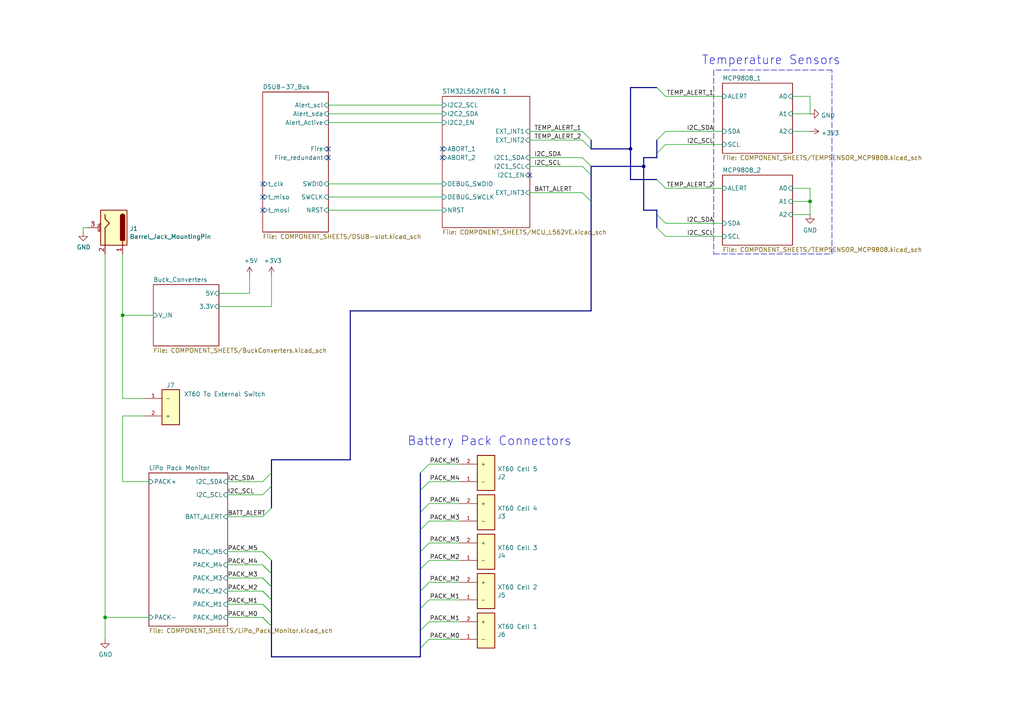
<source format=kicad_sch>
(kicad_sch (version 20211123) (generator eeschema)
  (paper "A4")
  (title_block (title "Power Supply PCB Schematic") (date "2021-12-20") (rev "v2.0.1") (company "Missouri S&T Rocket Design Team '21 (Jacob King, Thomas Francois)") (comment 1 "https://github.com/MSTRocketDesignTeam/Avionics-Power-PCB") (comment 2 "Intended as initial pre-production design") (comment 3 "Schematic depicting logical connections between components"))
  (lib_symbols
    (symbol "Power_KiCAD_Project-rescue:XT60-M-XT60-M-Power_KiCAD_Project-rescue" (pin_names (offset 1.016))
      (property "Reference" "J" (at -2.54 5.715 0))
      (property "Value" "XT60-M-XT60-M-Power_KiCAD_Project-rescue" (at -2.794 -6.35 0))
      (symbol "XT60-M-XT60-M-Power_KiCAD_Project-rescue_0_0"
        (rectangle (start -2.54 -5.08) (end 2.54 5.08) (stroke (width 0.254)) (fill (type background)))
        (pin passive line (at -7.62 2.54 0) (length 5.08) (name "-") (number "1"))
        (pin passive line (at -7.62 -2.54 0) (length 5.08) (name "+") (number "2"))
      )
    )
    (symbol "RDT_Custom_Symbols:Barrel_Jack_MountingPin" (pin_names hide)
      (property "Reference" "J" (at 0 5.334 0))
      (property "Value" "Barrel_Jack_MountingPin" (at 1.27 -6.35 0))
      (symbol "Barrel_Jack_MountingPin_0_1"
        (rectangle (start -5.08 3.81) (end 5.08 -3.81) (stroke (width 0.254)) (fill (type background)))
        (arc (start -3.302 3.175) (mid -3.937 2.54) (end -3.302 1.905) (stroke (width 0.254)))
        (arc (start -3.302 3.175) (mid -3.937 2.54) (end -3.302 1.905) (stroke (width 0.254)) (fill (type outline)))
        (polyline (pts (xy 5.08 2.54) (xy 3.81 2.54)) (stroke (width 0.254)))
        (polyline (pts (xy -3.81 -2.54) (xy -2.54 -2.54) (xy -1.27 -1.27) (xy 0 -2.54) (xy 2.54 -2.54) (xy 5.08 -2.54)) (stroke (width 0.254)))
        (rectangle (start 3.683 3.175) (end -3.302 1.905) (stroke (width 0.254)) (fill (type outline)))
      )
      (symbol "Barrel_Jack_MountingPin_1_1"
        (polyline (pts (xy -1.016 -4.572) (xy 1.016 -4.572)) (stroke (width 0.1524)))
        (text "Mounting" (at 0 -4.191 0) (effects (font (size 0.381 0.381))))
        (pin passive line (at 7.62 2.54 180) (length 2.54) (name "~") (number "1"))
        (pin passive line (at 7.62 -2.54 180) (length 2.54) (name "~") (number "2"))
        (pin passive line (at 0 -7.62 90) (length 3.048) (name "MountPin") (number "3"))
      )
    )
    (symbol "power:+3.3V" (power) (pin_names (offset 0))
      (property "Value" "+3.3V" (at 0 3.556 0))
      (symbol "+3.3V_0_1"
        (polyline (pts (xy -0.762 1.27) (xy 0 2.54)))
        (polyline (pts (xy 0 0) (xy 0 2.54)))
        (polyline (pts (xy 0 2.54) (xy 0.762 1.27)))
      )
      (symbol "+3.3V_1_1"
        (pin power_in line (at 0 0 90) (length 0) hide (name "+3V3") (number "1"))
      )
    )
    (symbol "power:+5V" (power) (pin_names (offset 0))
      (property "Value" "+5V" (at 0 3.556 0))
      (symbol "+5V_0_1"
        (polyline (pts (xy -0.762 1.27) (xy 0 2.54)))
        (polyline (pts (xy 0 0) (xy 0 2.54)))
        (polyline (pts (xy 0 2.54) (xy 0.762 1.27)))
      )
      (symbol "+5V_1_1"
        (pin power_in line (at 0 0 90) (length 0) hide (name "+5V") (number "1"))
      )
    )
    (symbol "power:GND" (power) (pin_names (offset 0))
      (property "Value" "GND" (at 0 -3.81 0))
      (symbol "GND_0_1"
        (polyline (pts (xy 0 0) (xy 0 -1.27) (xy 1.27 -1.27) (xy 0 -2.54) (xy -1.27 -1.27) (xy 0 -1.27)))
      )
      (symbol "GND_1_1"
        (pin power_in line (at 0 0 270) (length 0) hide (name "GND") (number "1"))
      )
    )
  )
  (junction (at 234.95 58.42))
  (junction (at 30.48 179.07))
  (junction (at 182.88 43.18))
  (junction (at 186.69 48.26))
  (junction (at 35.56 91.44))
  (no_connect (at 95.25 45.72))
  (no_connect (at 153.67 50.8))
  (no_connect (at 76.2 60.96))
  (no_connect (at 95.25 43.18))
  (no_connect (at 128.27 43.18))
  (no_connect (at 128.27 45.72))
  (no_connect (at 76.2 53.34))
  (no_connect (at 76.2 57.15))
  (bus_entry (at 193.04 38.1) (size -2.54 2.54))
  (bus_entry (at 171.45 58.42) (size -2.54 -2.54))
  (bus_entry (at 78.74 166.37) (size -2.54 -2.54))
  (bus_entry (at 171.45 40.64) (size -2.54 -2.54))
  (bus_entry (at 78.74 181.61) (size -2.54 -2.54))
  (bus_entry (at 78.74 173.99) (size -2.54 -2.54))
  (bus_entry (at 78.74 177.8) (size -2.54 -2.54))
  (bus_entry (at 76.2 143.51) (size 2.54 -2.54))
  (bus_entry (at 121.92 182.88) (size 2.54 -2.54))
  (bus_entry (at 121.92 171.45) (size 2.54 -2.54))
  (bus_entry (at 121.92 148.59) (size 2.54 -2.54))
  (bus_entry (at 193.04 41.91) (size -2.54 2.54))
  (bus_entry (at 121.92 187.96) (size 2.54 -2.54))
  (bus_entry (at 78.74 166.37) (size -2.54 -2.54))
  (bus_entry (at 78.74 181.61) (size -2.54 -2.54))
  (bus_entry (at 78.74 162.56) (size -2.54 -2.54))
  (bus_entry (at 76.2 139.7) (size 2.54 -2.54))
  (bus_entry (at 78.74 177.8) (size -2.54 -2.54))
  (bus_entry (at 193.04 27.94) (size -2.54 -2.54))
  (bus_entry (at 171.45 43.18) (size -2.54 -2.54))
  (bus_entry (at 78.74 170.18) (size -2.54 -2.54))
  (bus_entry (at 78.74 173.99) (size -2.54 -2.54))
  (bus_entry (at 121.92 153.67) (size 2.54 -2.54))
  (bus_entry (at 171.45 50.8) (size -2.54 -2.54))
  (bus_entry (at 121.92 176.53) (size 2.54 -2.54))
  (bus_entry (at 121.92 142.24) (size 2.54 -2.54))
  (bus_entry (at 121.92 160.02) (size 2.54 -2.54))
  (bus_entry (at 121.92 137.16) (size 2.54 -2.54))
  (bus_entry (at 78.74 170.18) (size -2.54 -2.54))
  (bus_entry (at 190.5 62.23) (size 2.54 2.54))
  (bus_entry (at 171.45 48.26) (size -2.54 -2.54))
  (bus_entry (at 121.92 165.1) (size 2.54 -2.54))
  (bus_entry (at 193.04 54.61) (size -2.54 -2.54))
  (bus_entry (at 190.5 66.04) (size 2.54 2.54))
  (bus_entry (at 76.2 149.86) (size 2.54 -2.54))
  (bus_entry (at 78.74 162.56) (size -2.54 -2.54))
  (wire (pts (xy 41.91 115.57) (xy 35.56 115.57)))
  (bus (pts (xy 101.6 90.17) (xy 171.45 90.17)))
  (wire (pts (xy 193.04 41.91) (xy 209.55 41.91)))
  (wire (pts (xy 234.95 27.94) (xy 234.95 33.02)))
  (wire (pts (xy 24.13 66.04) (xy 25.4 66.04)))
  (bus (pts (xy 78.74 177.8) (xy 78.74 181.61)))
  (wire (pts (xy 153.67 38.1) (xy 168.91 38.1)))
  (wire (pts (xy 66.04 160.02) (xy 76.2 160.02)))
  (bus (pts (xy 78.74 137.16) (xy 78.74 140.97)))
  (polyline (pts (xy 207.01 73.66) (xy 241.3 73.66)))
  (bus (pts (xy 78.74 181.61) (xy 78.74 190.5)))
  (bus (pts (xy 121.92 182.88) (xy 121.92 187.96)))
  (polyline (pts (xy 241.3 73.66) (xy 241.3 20.32)))
  (bus (pts (xy 182.88 52.07) (xy 182.88 43.18)))
  (bus (pts (xy 186.69 60.96) (xy 190.5 60.96)))
  (bus (pts (xy 182.88 25.4) (xy 190.5 25.4)))
  (wire (pts (xy 193.04 38.1) (xy 209.55 38.1)))
  (bus (pts (xy 182.88 43.18) (xy 182.88 25.4)))
  (wire (pts (xy 35.56 120.65) (xy 41.91 120.65)))
  (wire (pts (xy 95.25 35.56) (xy 128.27 35.56)))
  (wire (pts (xy 43.18 139.7) (xy 35.56 139.7)))
  (wire (pts (xy 76.2 175.26) (xy 66.04 175.26)))
  (bus (pts (xy 78.74 140.97) (xy 78.74 147.32)))
  (wire (pts (xy 30.48 185.42) (xy 30.48 179.07)))
  (wire (pts (xy 35.56 91.44) (xy 44.45 91.44)))
  (wire (pts (xy 193.04 64.77) (xy 209.55 64.77)))
  (bus (pts (xy 78.74 133.35) (xy 101.6 133.35)))
  (wire (pts (xy 229.87 27.94) (xy 234.95 27.94)))
  (bus (pts (xy 78.74 173.99) (xy 78.74 177.8)))
  (wire (pts (xy 234.95 58.42) (xy 229.87 58.42)))
  (wire (pts (xy 193.04 54.61) (xy 209.55 54.61)))
  (wire (pts (xy 128.27 53.34) (xy 95.25 53.34)))
  (wire (pts (xy 76.2 171.45) (xy 66.04 171.45)))
  (wire (pts (xy 128.27 33.02) (xy 95.25 33.02)))
  (bus (pts (xy 190.5 40.64) (xy 190.5 44.45)))
  (bus (pts (xy 78.74 133.35) (xy 78.74 137.16)))
  (polyline (pts (xy 207.01 20.32) (xy 207.01 73.66)))
  (bus (pts (xy 171.45 50.8) (xy 171.45 58.42)))
  (bus (pts (xy 78.74 190.5) (xy 121.92 190.5)))
  (bus (pts (xy 190.5 60.96) (xy 190.5 62.23)))
  (wire (pts (xy 234.95 54.61) (xy 229.87 54.61)))
  (wire (pts (xy 133.35 162.56) (xy 124.46 162.56)))
  (wire (pts (xy 133.35 151.13) (xy 124.46 151.13)))
  (bus (pts (xy 121.92 165.1) (xy 121.92 171.45)))
  (wire (pts (xy 63.5 88.9) (xy 78.74 88.9)))
  (bus (pts (xy 171.45 58.42) (xy 171.45 90.17)))
  (bus (pts (xy 190.5 52.07) (xy 182.88 52.07)))
  (wire (pts (xy 76.2 179.07) (xy 66.04 179.07)))
  (wire (pts (xy 63.5 85.09) (xy 72.39 85.09)))
  (bus (pts (xy 171.45 48.26) (xy 171.45 50.8)))
  (wire (pts (xy 168.91 48.26) (xy 153.67 48.26)))
  (wire (pts (xy 229.87 33.02) (xy 234.95 33.02)))
  (bus (pts (xy 190.5 62.23) (xy 190.5 66.04)))
  (polyline (pts (xy 241.3 20.32) (xy 207.01 20.32)))
  (wire (pts (xy 168.91 55.88) (xy 153.67 55.88)))
  (bus (pts (xy 171.45 43.18) (xy 182.88 43.18)))
  (bus (pts (xy 121.92 160.02) (xy 121.92 165.1)))
  (wire (pts (xy 193.04 27.94) (xy 209.55 27.94)))
  (wire (pts (xy 30.48 73.66) (xy 30.48 179.07)))
  (bus (pts (xy 121.92 187.96) (xy 121.92 190.5)))
  (wire (pts (xy 66.04 143.51) (xy 76.2 143.51)))
  (wire (pts (xy 78.74 88.9) (xy 78.74 80.01)))
  (bus (pts (xy 101.6 133.35) (xy 101.6 90.17)))
  (wire (pts (xy 168.91 45.72) (xy 153.67 45.72)))
  (bus (pts (xy 171.45 48.26) (xy 186.69 48.26)))
  (wire (pts (xy 234.95 62.23) (xy 229.87 62.23)))
  (wire (pts (xy 30.48 179.07) (xy 43.18 179.07)))
  (wire (pts (xy 234.95 58.42) (xy 234.95 62.23)))
  (wire (pts (xy 124.46 157.48) (xy 133.35 157.48)))
  (wire (pts (xy 168.91 40.64) (xy 153.67 40.64)))
  (wire (pts (xy 193.04 68.58) (xy 209.55 68.58)))
  (bus (pts (xy 121.92 171.45) (xy 121.92 176.53)))
  (bus (pts (xy 121.92 148.59) (xy 121.92 153.67)))
  (wire (pts (xy 128.27 60.96) (xy 95.25 60.96)))
  (wire (pts (xy 234.95 54.61) (xy 234.95 58.42)))
  (bus (pts (xy 186.69 48.26) (xy 186.69 60.96)))
  (wire (pts (xy 66.04 167.64) (xy 76.2 167.64)))
  (wire (pts (xy 124.46 168.91) (xy 133.35 168.91)))
  (bus (pts (xy 121.92 176.53) (xy 121.92 182.88)))
  (bus (pts (xy 171.45 40.64) (xy 171.45 43.18)))
  (bus (pts (xy 121.92 137.16) (xy 121.92 142.24)))
  (wire (pts (xy 35.56 115.57) (xy 35.56 91.44)))
  (bus (pts (xy 186.69 45.72) (xy 190.5 45.72)))
  (bus (pts (xy 78.74 162.56) (xy 78.74 166.37)))
  (wire (pts (xy 124.46 180.34) (xy 133.35 180.34)))
  (wire (pts (xy 35.56 91.44) (xy 35.56 73.66)))
  (bus (pts (xy 186.69 48.26) (xy 186.69 45.72)))
  (wire (pts (xy 95.25 57.15) (xy 128.27 57.15)))
  (bus (pts (xy 121.92 153.67) (xy 121.92 160.02)))
  (wire (pts (xy 124.46 134.62) (xy 133.35 134.62)))
  (wire (pts (xy 229.87 38.1) (xy 234.95 38.1)))
  (wire (pts (xy 72.39 85.09) (xy 72.39 80.01)))
  (wire (pts (xy 133.35 173.99) (xy 124.46 173.99)))
  (bus (pts (xy 190.5 44.45) (xy 190.5 45.72)))
  (wire (pts (xy 35.56 139.7) (xy 35.56 120.65)))
  (wire (pts (xy 66.04 139.7) (xy 76.2 139.7)))
  (wire (pts (xy 133.35 185.42) (xy 124.46 185.42)))
  (wire (pts (xy 133.35 139.7) (xy 124.46 139.7)))
  (wire (pts (xy 76.2 149.86) (xy 66.04 149.86)))
  (bus (pts (xy 121.92 142.24) (xy 121.92 148.59)))
  (wire (pts (xy 76.2 163.83) (xy 66.04 163.83)))
  (bus (pts (xy 78.74 166.37) (xy 78.74 170.18)))
  (bus (pts (xy 78.74 170.18) (xy 78.74 173.99)))
  (wire (pts (xy 24.13 67.31) (xy 24.13 66.04)))
  (wire (pts (xy 95.25 30.48) (xy 128.27 30.48)))
  (wire (pts (xy 124.46 146.05) (xy 133.35 146.05)))
  (text "Battery Pack Connectors" (at 118.11 129.54 0) (effects (font (size 2.54 2.54)) (justify left bottom)))
  (text "Temperature Sensors" (at 243.84 19.05 180) (effects (font (size 2.54 2.54)) (justify right bottom)))
  (label "I2C_SDA" (at 207.01 38.1 180))
  (label "TEMP_ALERT_1" (at 154.94 38.1 0))
  (label "I2C_SCL" (at 207.01 41.91 180))
  (label "PACK_M3" (at 66.04 167.64 0))
  (label "I2C_SCL" (at 66.04 143.51 0))
  (label "PACK_M3" (at 133.35 151.13 180))
  (label "PACK_M1" (at 133.35 173.99 180))
  (label "TEMP_ALERT_2" (at 154.94 40.64 0))
  (label "PACK_M5" (at 133.35 134.62 180))
  (label "PACK_M1" (at 66.04 175.26 0))
  (label "PACK_M0" (at 66.04 179.07 0))
  (label "PACK_M3" (at 133.35 157.48 180))
  (label "PACK_M4" (at 133.35 146.05 180))
  (label "BATT_ALERT" (at 66.04 149.86 0))
  (label "I2C_SDA" (at 154.94 45.72 0))
  (label "PACK_M2" (at 133.35 162.56 180))
  (label "PACK_M2" (at 66.04 171.45 0))
  (label "PACK_M5" (at 66.04 160.02 0))
  (label "TEMP_ALERT_1" (at 207.01 27.94 180))
  (label "I2C_SDA" (at 207.01 64.77 180))
  (label "BATT_ALERT" (at 154.94 55.88 0))
  (label "PACK_M4" (at 133.35 139.7 180))
  (label "PACK_M0" (at 133.35 185.42 180))
  (label "TEMP_ALERT_2" (at 207.01 54.61 180))
  (label "PACK_M2" (at 133.35 168.91 180))
  (label "I2C_SCL" (at 154.94 48.26 0))
  (label "PACK_M1" (at 133.35 180.34 180))
  (label "PACK_M4" (at 66.04 163.83 0))
  (label "I2C_SDA" (at 66.04 139.7 0))
  (label "I2C_SCL" (at 207.01 68.58 180))
  (symbol (lib_id "power:+3.3V") (at 78.74 80.01 0) (unit 1)
    (property "Reference" "#PWR04" (effects hide))
    (property "Value" "+3.3V" (at 79.121 75.6158 0))
  )
  (symbol (lib_id "power:+5V") (at 72.39 80.01 0) (unit 1)
    (property "Reference" "#PWR03" (effects hide))
    (property "Value" "+5V" (at 72.771 75.6158 0))
  )
  (symbol (lib_id "RDT_Custom_Symbols:Barrel_Jack_MountingPin") (at 33.02 66.04 270) (unit 1)
    (property "Reference" "J1" (at 37.592 66.3194 90) (effects (justify left)))
    (property "Value" "Barrel_Jack_MountingPin" (at 37.592 68.6308 90) (effects (justify left)))
    (property "Footprint" "Connector_BarrelJack:BarrelJack_CUI_PJ-102AH_Horizontal" (effects hide))
  )
  (symbol (lib_id "Power_KiCAD_Project-rescue:XT60-M-XT60-M-Power_KiCAD_Project-rescue") (at 140.97 171.45 0) (mirror x) (unit 1)
    (property "Reference" "J5" (at 144.272 172.6184 0) (effects (justify left)))
    (property "Value" "XT60 Cell 2" (at 144.272 170.307 0) (effects (justify left)))
    (property "Footprint" "RDT_Custom_Footprints:AMASS_XT60-M" (effects hide))
    (property "MP" "XT60-M" (effects hide))
    (property "Price" "None" (effects hide))
    (property "Package" "Package" (effects hide))
    (property "MF" "AMASS" (effects hide))
    (property "Availability" "Not in stock" (effects hide))
    (property "Description" "Plug; DC supply; XT60; male; PIN: 2; for cable; soldered; 30A; 500V" (effects hide))
  )
  (symbol (lib_id "Power_KiCAD_Project-rescue:XT60-M-XT60-M-Power_KiCAD_Project-rescue") (at 140.97 160.02 0) (mirror x) (unit 1)
    (property "Reference" "J4" (at 144.272 161.1884 0) (effects (justify left)))
    (property "Value" "XT60 Cell 3" (at 144.272 158.877 0) (effects (justify left)))
    (property "Footprint" "RDT_Custom_Footprints:AMASS_XT60-M" (effects hide))
    (property "MP" "XT60-M" (effects hide))
    (property "Price" "None" (effects hide))
    (property "Package" "Package" (effects hide))
    (property "MF" "AMASS" (effects hide))
    (property "Availability" "Not in stock" (effects hide))
    (property "Description" "Plug; DC supply; XT60; male; PIN: 2; for cable; soldered; 30A; 500V" (effects hide))
  )
  (symbol (lib_id "Power_KiCAD_Project-rescue:XT60-M-XT60-M-Power_KiCAD_Project-rescue") (at 140.97 148.59 0) (mirror x) (unit 1)
    (property "Reference" "J3" (at 144.272 149.7584 0) (effects (justify left)))
    (property "Value" "XT60 Cell 4" (at 144.272 147.447 0) (effects (justify left)))
    (property "Footprint" "RDT_Custom_Footprints:AMASS_XT60-M" (effects hide))
    (property "MP" "XT60-M" (effects hide))
    (property "Price" "None" (effects hide))
    (property "Package" "Package" (effects hide))
    (property "MF" "AMASS" (effects hide))
    (property "Availability" "Not in stock" (effects hide))
    (property "Description" "Plug; DC supply; XT60; male; PIN: 2; for cable; soldered; 30A; 500V" (effects hide))
  )
  (symbol (lib_id "Power_KiCAD_Project-rescue:XT60-M-XT60-M-Power_KiCAD_Project-rescue") (at 140.97 137.16 0) (mirror x) (unit 1)
    (property "Reference" "J2" (at 144.272 138.3284 0) (effects (justify left)))
    (property "Value" "XT60 Cell 5" (at 144.272 136.017 0) (effects (justify left)))
    (property "Footprint" "RDT_Custom_Footprints:AMASS_XT60-M" (effects hide))
    (property "MP" "XT60-M" (effects hide))
    (property "Price" "None" (effects hide))
    (property "Package" "Package" (effects hide))
    (property "MF" "AMASS" (effects hide))
    (property "Availability" "Not in stock" (effects hide))
    (property "Description" "Plug; DC supply; XT60; male; PIN: 2; for cable; soldered; 30A; 500V" (effects hide))
  )
  (symbol (lib_id "Power_KiCAD_Project-rescue:XT60-M-XT60-M-Power_KiCAD_Project-rescue") (at 140.97 182.88 0) (mirror x) (unit 1)
    (property "Reference" "J6" (at 144.272 184.0484 0) (effects (justify left)))
    (property "Value" "XT60 Cell 1" (at 144.272 181.737 0) (effects (justify left)))
    (property "Footprint" "RDT_Custom_Footprints:AMASS_XT60-M" (effects hide))
    (property "MP" "XT60-M" (effects hide))
    (property "Price" "None" (effects hide))
    (property "Package" "Package" (effects hide))
    (property "MF" "AMASS" (effects hide))
    (property "Availability" "Not in stock" (effects hide))
    (property "Description" "Plug; DC supply; XT60; male; PIN: 2; for cable; soldered; 30A; 500V" (effects hide))
  )
  (symbol (lib_id "Power_KiCAD_Project-rescue:XT60-M-XT60-M-Power_KiCAD_Project-rescue") (at 49.53 118.11 0) (unit 1)
    (property "Reference" "J7" (at 48.26 111.76 0) (effects (justify left)))
    (property "Value" "XT60 To External Switch" (at 53.34 114.3 0) (effects (justify left)))
    (property "Footprint" "RDT_Custom_Footprints:AMASS_XT60-M" (effects hide))
    (property "MP" "XT60-M" (effects hide))
    (property "Price" "None" (effects hide))
    (property "Package" "Package" (effects hide))
    (property "MF" "AMASS" (effects hide))
    (property "Availability" "Not in stock" (effects hide))
    (property "Description" "Plug; DC supply; XT60; male; PIN: 2; for cable; soldered; 30A; 500V" (effects hide))
  )
  (symbol (lib_id "power:GND") (at 30.48 185.42 0) (unit 1)
    (property "Reference" "#PWR0101" (effects hide))
    (property "Value" "GND" (at 30.607 189.8142 0))
  )
  (symbol (lib_id "power:GND") (at 24.13 67.31 0) (unit 1)
    (property "Reference" "#PWR0102" (effects hide))
    (property "Value" "GND" (at 24.257 71.7042 0))
  )
  (symbol (lib_id "power:+3.3V") (at 234.95 38.1 270) (unit 1)
    (property "Reference" "#PWR0103" (effects hide))
    (property "Value" "+3.3V" (at 238.125 38.579 90) (effects (justify left)))
  )
  (symbol (lib_id "power:GND") (at 234.95 33.02 90) (unit 1)
    (property "Reference" "#PWR0104" (effects hide))
    (property "Value" "GND" (at 238.125 33.499 90) (effects (justify right)))
  )
  (symbol (lib_id "power:GND") (at 234.95 62.23 0) (unit 1)
    (property "Reference" "#PWR0105" (effects hide))
    (property "Value" "GND" (at 234.95 66.7925 0))
  )
  (sheet (at 43.18 137.16) (size 22.86 44.45)
    (property "Sheet name" "LiPo Pack Monitor" (at 43.18 136.4484 0) (effects (justify left bottom)))
    (property "Sheet file" "COMPONENT_SHEETS/LiPo_Pack_Monitor.kicad_sch" (at 43.18 182.1946 0) (effects (justify left top)))
    (pin "PACK+" input (at 43.18 139.7 180))
    (pin "PACK_M5" input (at 66.04 160.02 0))
    (pin "PACK_M4" input (at 66.04 163.83 0))
    (pin "PACK_M3" input (at 66.04 167.64 0))
    (pin "PACK_M2" input (at 66.04 171.45 0))
    (pin "PACK_M1" input (at 66.04 175.26 0))
    (pin "PACK_M0" input (at 66.04 179.07 0))
    (pin "PACK-" input (at 43.18 179.07 180))
    (pin "BATT_ALERT" input (at 66.04 149.86 0))
    (pin "I2C_SCL" input (at 66.04 143.51 0))
    (pin "I2C_SDA" input (at 66.04 139.7 0))
  )
  (sheet (at 44.45 82.55) (size 19.05 17.78)
    (property "Sheet name" "Buck_Converters" (at 44.45 81.8384 0) (effects (justify left bottom)))
    (property "Sheet file" "COMPONENT_SHEETS/BuckConverters.kicad_sch" (at 44.45 100.9146 0) (effects (justify left top)))
    (pin "V_IN" input (at 44.45 91.44 180))
    (pin "3.3V" input (at 63.5 88.9 0))
    (pin "5V" input (at 63.5 85.09 0))
  )
  (sheet (at 209.55 24.13) (size 20.32 20.32)
    (property "Sheet name" "MCP9808_1" (at 209.55 23.4184 0) (effects (justify left bottom)))
    (property "Sheet file" "COMPONENT_SHEETS/TEMPSENSOR_MCP9808.kicad_sch" (at 209.55 45.0346 0) (effects (justify left top)))
    (pin "SDA" input (at 209.55 38.1 180))
    (pin "SCL" input (at 209.55 41.91 180))
    (pin "A0" input (at 229.87 27.94 0))
    (pin "A1" input (at 229.87 33.02 0))
    (pin "A2" input (at 229.87 38.1 0))
    (pin "ALERT" input (at 209.55 27.94 180))
  )
  (sheet (at 209.55 50.8) (size 20.32 20.32)
    (property "Sheet name" "MCP9808_2" (at 209.55 50.0884 0) (effects (justify left bottom)))
    (property "Sheet file" "COMPONENT_SHEETS/TEMPSENSOR_MCP9808.kicad_sch" (at 209.55 71.7046 0) (effects (justify left top)))
    (pin "SDA" input (at 209.55 64.77 180))
    (pin "SCL" input (at 209.55 68.58 180))
    (pin "A0" input (at 229.87 54.61 0))
    (pin "A1" input (at 229.87 58.42 0))
    (pin "A2" input (at 229.87 62.23 0))
    (pin "ALERT" input (at 209.55 54.61 180))
  )
  (sheet (at 128.27 27.94) (size 25.4 38.1)
    (property "Sheet name" "STM32L562VET6Q 1" (at 128.27 27.2284 0) (effects (justify left bottom)))
    (property "Sheet file" "COMPONENT_SHEETS/MCU_L562VE.kicad_sch" (at 128.27 66.6246 0) (effects (justify left top)))
    (pin "I2C1_SCL" input (at 153.67 48.26 0))
    (pin "I2C1_SDA" input (at 153.67 45.72 0))
    (pin "DEBUG_SWCLK" input (at 128.27 57.15 180))
    (pin "DEBUG_SWDIO" input (at 128.27 53.34 180))
    (pin "ABORT_1" input (at 128.27 43.18 180))
    (pin "ABORT_2" input (at 128.27 45.72 180))
    (pin "NRST" input (at 128.27 60.96 180))
    (pin "I2C2_SDA" input (at 128.27 33.02 180))
    (pin "I2C2_SCL" input (at 128.27 30.48 180))
    (pin "I2C1_EN" input (at 153.67 50.8 0))
    (pin "EXT_INT1" input (at 153.67 38.1 0))
    (pin "EXT_INT2" input (at 153.67 40.64 0))
    (pin "EXT_INT3" input (at 153.67 55.88 0))
    (pin "I2C2_EN" input (at 128.27 35.56 180))
  )
  (sheet (at 76.2 26.67) (size 19.05 40.64)
    (property "Sheet name" "DSUB-37_Bus" (at 76.2 25.9584 0) (effects (justify left bottom)))
    (property "Sheet file" "COMPONENT_SHEETS/DSUB-slot.kicad_sch" (at 76.2 67.8946 0) (effects (justify left top)))
    (pin "t_mosi" input (at 76.2 60.96 180))
    (pin "t_miso" input (at 76.2 57.15 180))
    (pin "t_clk" input (at 76.2 53.34 180))
    (pin "Alert_scl" input (at 95.25 30.48 0))
    (pin "Alert_sda" input (at 95.25 33.02 0))
    (pin "Alert_Active" input (at 95.25 35.56 0))
    (pin "SWDIO" input (at 95.25 53.34 0))
    (pin "SWCLK" input (at 95.25 57.15 0))
    (pin "NRST" input (at 95.25 60.96 0))
    (pin "Fire" input (at 95.25 43.18 0))
    (pin "Fire_redundant" input (at 95.25 45.72 0))
  )
)
</source>
